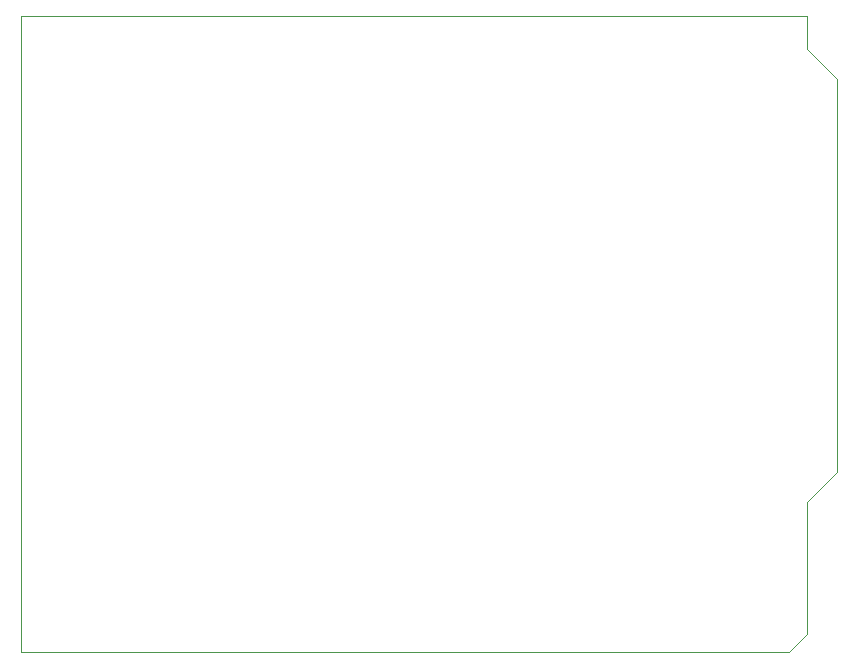
<source format=gbr>
G04 #@! TF.FileFunction,Profile,NP*
%FSLAX46Y46*%
G04 Gerber Fmt 4.6, Leading zero omitted, Abs format (unit mm)*
G04 Created by KiCad (PCBNEW 4.0.0-rc2-stable) date 12/11/2015 17:26:34*
%MOMM*%
G01*
G04 APERTURE LIST*
%ADD10C,0.100000*%
G04 APERTURE END LIST*
D10*
X177546000Y-49276000D02*
X178054000Y-49276000D01*
X177546000Y-103124000D02*
X177546000Y-49276000D01*
X242570000Y-103124000D02*
X177546000Y-103124000D01*
X244094000Y-101600000D02*
X242570000Y-103124000D01*
X244094000Y-90424000D02*
X244094000Y-101600000D01*
X246634000Y-87884000D02*
X244094000Y-90424000D01*
X246634000Y-54610000D02*
X246634000Y-87884000D01*
X244094000Y-52070000D02*
X246634000Y-54610000D01*
X244094000Y-49276000D02*
X244094000Y-52070000D01*
X177800000Y-49276000D02*
X244094000Y-49276000D01*
M02*

</source>
